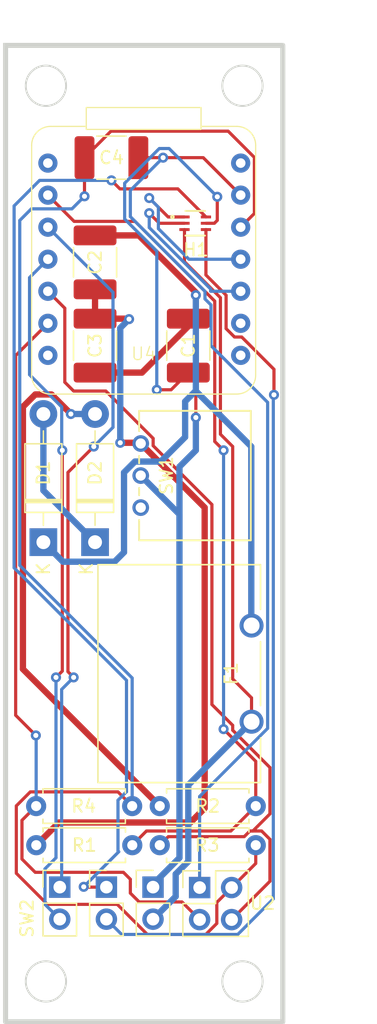
<source format=kicad_pcb>
(kicad_pcb (version 20221018) (generator pcbnew)
  (layers (0 "F.Cu" signal) (31 "B.Cu" signal) (34 "B.Paste" user) (35 "F.Paste" user) (36 "B.SilkS" user "B.Silkscreen") (37 "F.SilkS" user "F.Silkscreen") (38 "B.Mask" user) (39 "F.Mask" user) (44 "Edge.Cuts" user))
  (net 0 "")
  (net 1 "Net-(B4-+)")
  (net 2 "Net-(B4--)")
  (net 3 "Net-(D1-K)")
  (net 4 "Net-(HBridge1-VDD)")
  (net 5 "Net-(D1-A)")
  (net 6 "Net-(D2-A)")
  (net 7 "Net-(HBridge1-Out1)")
  (net 8 "Net-(HBridge1-Out2)")
  (net 9 "Net-(U4-D0)")
  (net 10 "Net-(U2-VDD)")
  (net 11 "Net-(U2-SDA)")
  (net 12 "Net-(U2-SCL)")
  (net 14 "Net-(U2-GND)")
  (net 15 "unconnected-(U4-D1-Pad2)")
  (net 16 "unconnected-(U4-D2-Pad3)")
  (net 17 "Net-(U4-D6)")
  (net 18 "Net-(U4-D7)")
  (net 19 "unconnected-(U4-D8-Pad9)")
  (net 20 "Net-(HBridge1-In1)")
  (footprint "Diode_THT:D_DO-41_SOD81_P10.16mm_Horizontal" (layer "F.Cu") (at 117.6 107.88 90)
    (fp_text reference "D1" (at 5.48 0 90) (layer "F.SilkS"))
    (fp_text value "Rectifier Diode")
    (fp_text user "K" (at -2.12 0 90) (layer "F.SilkS"))
    (fp_line (start 1.34 0) (end 2.36 0) (stroke (width 0.12)) (layer "F.SilkS"))
    (fp_line (start 2.36 -1.47) (end 2.36 1.47) (stroke (width 0.12)) (layer "F.SilkS"))
    (fp_line (start 2.36 1.47) (end 7.8 1.47) (stroke (width 0.12)) (layer "F.SilkS"))
    (fp_line (start 3.14 -1.47) (end 3.14 1.47) (stroke (width 0.12)) (layer "F.SilkS"))
    (fp_line (start 3.26 -1.47) (end 3.26 1.47) (stroke (width 0.12)) (layer "F.SilkS"))
    (fp_line (start 3.38 -1.47) (end 3.38 1.47) (stroke (width 0.12)) (layer "F.SilkS"))
    (fp_line (start 7.8 -1.47) (end 2.36 -1.47) (stroke (width 0.12)) (layer "F.SilkS"))
    (fp_line (start 7.8 1.47) (end 7.8 -1.47) (stroke (width 0.12)) (layer "F.SilkS"))
    (fp_line (start 8.82 0) (end 7.8 0) (stroke (width 0.12)) (layer "F.SilkS"))
    (pad "1" thru_hole rect (at 0 0 90) (size 2.2 2.2) (drill 1.1) (layers "*.Cu" "*.Mask") (net 3 "Net-(D1-K)"))
    (pad "2" thru_hole oval (at 10.16 0 90) (size 2.2 2.2) (drill 1.1) (layers "*.Cu" "*.Mask") (net 5 "Net-(D1-A)"))
  )
  (footprint "Connector_PinHeader_2.54mm:PinHeader_1x02_P2.54mm_Vertical" (layer "F.Cu") (at 118.9 135.225)
    (fp_text reference "SW2" (at -2.6 2.475 90) (layer "F.SilkS"))
    (fp_text value "Limit Switch")
    (fp_line (start -1.33 -1.33) (end 0 -1.33) (stroke (width 0.12)) (layer "F.SilkS"))
    (fp_line (start -1.33 0) (end -1.33 -1.33) (stroke (width 0.12)) (layer "F.SilkS"))
    (fp_line (start -1.33 1.27) (end -1.33 3.87) (stroke (width 0.12)) (layer "F.SilkS"))
    (fp_line (start -1.33 1.27) (end 1.33 1.27) (stroke (width 0.12)) (layer "F.SilkS"))
    (fp_line (start -1.33 3.87) (end 1.33 3.87) (stroke (width 0.12)) (layer "F.SilkS"))
    (fp_line (start 1.33 1.27) (end 1.33 3.87) (stroke (width 0.12)) (layer "F.SilkS"))
    (pad "1" thru_hole rect (at 0 0) (size 1.7 1.7) (drill 1) (layers "*.Cu" "*.Mask") (net 15 "unconnected-(U4-D1-Pad2)"))
    (pad "2" thru_hole oval (at 0 2.54) (size 1.7 1.7) (drill 1) (layers "*.Cu" "*.Mask") (net 16 "unconnected-(U4-D2-Pad3)"))
  )
  (footprint "NanoFloat Pressure Sensor:DRV8220DRLR" (layer "F.Cu") (at 129.6491 82.600001)
    (fp_text reference "H1" (at 0.0509 2.099999 unlocked) (layer "F.SilkS"))
    (fp_text value "~")
    (fp_line (start -0.7747 0.9779) (end 0.7747 0.9779) (stroke (width 0.1524)) (layer "F.SilkS"))
    (fp_line (start 0.7747 -0.9779) (end -0.7747 -0.9779) (stroke (width 0.1524)) (layer "F.SilkS"))
    (fp_circle (center -1.8081 -0.5) (end -1.7065 -0.5) (stroke (width 0.1524)) (fill none) (layer "F.SilkS"))
    (pad "1" smd rect (at -0.8509 -0.499999) (size 0.8128 0.2286) (layers "F.Cu" "F.Paste" "F.Mask") (net 20 "Net-(HBridge1-In1)"))
    (pad "2" smd rect (at -0.8509 0) (size 0.8128 0.2286) (layers "F.Cu" "F.Paste" "F.Mask") (net 19 "unconnected-(U4-D8-Pad9)"))
    (pad "3" smd rect (at -0.8509 0.499999) (size 0.8128 0.2286) (layers "F.Cu" "F.Paste" "F.Mask") (net 2 "Net-(B4--)"))
    (pad "4" smd rect (at 0.8509 0.499999) (size 0.8128 0.2286) (layers "F.Cu" "F.Paste" "F.Mask") (net 8 "Net-(HBridge1-Out2)"))
    (pad "5" smd rect (at 0.8509 0) (size 0.8128 0.2286) (layers "F.Cu" "F.Paste" "F.Mask") (net 1 "Net-(B4-+)"))
    (pad "6" smd rect (at 0.8509 -0.499999) (size 0.8128 0.2286) (layers "F.Cu" "F.Paste" "F.Mask") (net 7 "Net-(HBridge1-Out1)"))
  )
  (footprint "Capacitor_SMD:C_1812_4532Metric_Pad1.57x3.40mm_HandSolder" (layer "F.Cu") (at 121.7 85.7 90)
    (fp_text reference "C2" (at 0 0 90) (layer "F.SilkS"))
    (fp_text value "C_Small")
    (fp_line (start -1.161252 -1.71) (end 1.161252 -1.71) (stroke (width 0.12)) (layer "F.SilkS"))
    (fp_line (start -1.161252 1.71) (end 1.161252 1.71) (stroke (width 0.12)) (layer "F.SilkS"))
    (pad "1" smd roundrect (at -2.1375 0 90) (size 1.575 3.4) (layers "F.Cu" "F.Paste" "F.Mask") (roundrect_rratio 0.1587301587) (net 4 "Net-(HBridge1-VDD)"))
    (pad "2" smd roundrect (at 2.1375 0 90) (size 1.575 3.4) (layers "F.Cu" "F.Paste" "F.Mask") (roundrect_rratio 0.1587301587) (net 3 "Net-(D1-K)"))
  )
  (footprint "Capacitor_SMD:C_1812_4532Metric_Pad1.57x3.40mm_HandSolder" (layer "F.Cu") (at 129.1 92.3 90)
    (fp_text reference "C1" (at 0 0 90) (layer "F.SilkS"))
    (fp_text value "C_Small")
    (fp_line (start -1.161252 -1.71) (end 1.161252 -1.71) (stroke (width 0.12)) (layer "F.SilkS"))
    (fp_line (start -1.161252 1.71) (end 1.161252 1.71) (stroke (width 0.12)) (layer "F.SilkS"))
    (pad "1" smd roundrect (at -2.1375 0 90) (size 1.575 3.4) (layers "F.Cu" "F.Paste" "F.Mask") (roundrect_rratio 0.1587301587) (net 1 "Net-(B4-+)"))
    (pad "2" smd roundrect (at 2.1375 0 90) (size 1.575 3.4) (layers "F.Cu" "F.Paste" "F.Mask") (roundrect_rratio 0.1587301587) (net 3 "Net-(D1-K)"))
  )
  (footprint "Button_Switch_THT:SW_09.10290.01_EAO" (layer "F.Cu") (at 125.3249 102.6 90)
    (fp_text reference "SW1" (at 0 2.04 90 unlocked) (layer "F.SilkS"))
    (fp_text value "SW")
    (fp_line (start -5.1308 -0.127) (end -5.1308 8.7376) (stroke (width 0.1524)) (layer "F.SilkS"))
    (fp_line (start -5.1308 8.7376) (end 5.1308 8.7376) (stroke (width 0.1524)) (layer "F.SilkS"))
    (fp_line (start -3.524986 -0.127) (end -5.1308 -0.127) (stroke (width 0.1524)) (layer "F.SilkS"))
    (fp_line (start -0.984986 -0.127) (end -1.555014 -0.127) (stroke (width 0.1524)) (layer "F.SilkS"))
    (fp_line (start 1.555014 -0.127) (end 0.984986 -0.127) (stroke (width 0.1524)) (layer "F.SilkS"))
    (fp_line (start 5.1308 -0.127) (end 3.524986 -0.127) (stroke (width 0.1524)) (layer "F.SilkS"))
    (fp_line (start 5.1308 8.7376) (end 5.1308 -0.127) (stroke (width 0.1524)) (layer "F.SilkS"))
    (pad "1" thru_hole circle (at 0 0 90) (size 1.3208 1.3208) (drill 0.8128) (layers "*.Cu" "*.Mask") (net 1 "Net-(B4-+)"))
    (pad "2" thru_hole circle (at 2.54 0 90) (size 1.3208 1.3208) (drill 0.8128) (layers "*.Cu" "*.Mask") (net 4 "Net-(HBridge1-VDD)"))
    (pad "3" thru_hole circle (at -2.54 0 90) (size 1.3208 1.3208) (drill 0.8128) (layers "*.Cu" "*.Mask"))
  )
  (footprint "Connector_PinHeader_2.54mm:PinHeader_2x02_P2.54mm_Vertical" (layer "F.Cu") (at 130 135.26)
    (fp_text reference "U2" (at 5 1.24) (layer "F.SilkS"))
    (fp_text value "MS583730BA01-50")
    (fp_line (start -1.33 -1.33) (end 0 -1.33) (stroke (width 0.12)) (layer "F.SilkS"))
    (fp_line (start -1.33 0) (end -1.33 -1.33) (stroke (width 0.12)) (layer "F.SilkS"))
    (fp_line (start -1.33 1.27) (end -1.33 3.87) (stroke (width 0.12)) (layer "F.SilkS"))
    (fp_line (start -1.33 1.27) (end 1.27 1.27) (stroke (width 0.12)) (layer "F.SilkS"))
    (fp_line (start -1.33 3.87) (end 3.87 3.87) (stroke (width 0.12)) (layer "F.SilkS"))
    (fp_line (start 1.27 -1.33) (end 3.87 -1.33) (stroke (width 0.12)) (layer "F.SilkS"))
    (fp_line (start 1.27 1.27) (end 1.27 -1.33) (stroke (width 0.12)) (layer "F.SilkS"))
    (fp_line (start 3.87 -1.33) (end 3.87 3.87) (stroke (width 0.12)) (layer "F.SilkS"))
    (pad "1" thru_hole rect (at 0 0) (size 1.7 1.7) (drill 1) (layers "*.Cu" "*.Mask") (net 14 "Net-(U2-GND)"))
    (pad "2" thru_hole oval (at 2.54 0) (size 1.7 1.7) (drill 1) (layers "*.Cu" "*.Mask") (net 10 "Net-(U2-VDD)"))
    (pad "3" thru_hole oval (at 0 2.54) (size 1.7 1.7) (drill 1) (layers "*.Cu" "*.Mask") (net 12 "Net-(U2-SCL)"))
    (pad "4" thru_hole oval (at 2.54 2.54) (size 1.7 1.7) (drill 1) (layers "*.Cu" "*.Mask") (net 11 "Net-(U2-SDA)"))
  )
  (footprint "Connector_PinHeader_2.54mm:PinHeader_1x02_P2.54mm_Vertical" (layer "F.Cu") (at 126.3 135.225)
    (fp_text reference "B4" hide)
    (fp_text value "1.5V")
    (fp_line (start -1.33 -1.33) (end 0 -1.33) (stroke (width 0.12)) (layer "F.SilkS"))
    (fp_line (start -1.33 0) (end -1.33 -1.33) (stroke (width 0.12)) (layer "F.SilkS"))
    (fp_line (start -1.33 1.27) (end -1.33 3.87) (stroke (width 0.12)) (layer "F.SilkS"))
    (fp_line (start -1.33 1.27) (end 1.33 1.27) (stroke (width 0.12)) (layer "F.SilkS"))
    (fp_line (start -1.33 3.87) (end 1.33 3.87) (stroke (width 0.12)) (layer "F.SilkS"))
    (fp_line (start 1.33 1.27) (end 1.33 3.87) (stroke (width 0.12)) (layer "F.SilkS"))
    (pad "1" thru_hole rect (at 0 0) (size 1.7 1.7) (drill 1) (layers "*.Cu" "*.Mask") (net 1 "Net-(B4-+)"))
    (pad "2" thru_hole oval (at 0 2.54) (size 1.7 1.7) (drill 1) (layers "*.Cu" "*.Mask") (net 2 "Net-(B4--)"))
  )
  (footprint "Resistor_THT:R_Axial_DIN0207_L6.3mm_D2.5mm_P7.62mm_Horizontal" (layer "F.Cu") (at 117.0251 128.8)
    (fp_text reference "R4" (at 3.7749 0) (layer "F.SilkS"))
    (fp_text value "10kOhm")
    (fp_line (start 0.54 -1.37) (end 7.08 -1.37) (stroke (width 0.12)) (layer "F.SilkS"))
    (fp_line (start 0.54 -1.04) (end 0.54 -1.37) (stroke (width 0.12)) (layer "F.SilkS"))
    (fp_line (start 0.54 1.04) (end 0.54 1.37) (stroke (width 0.12)) (layer "F.SilkS"))
    (fp_line (start 0.54 1.37) (end 7.08 1.37) (stroke (width 0.12)) (layer "F.SilkS"))
    (fp_line (start 7.08 -1.37) (end 7.08 -1.04) (stroke (width 0.12)) (layer "F.SilkS"))
    (fp_line (start 7.08 1.37) (end 7.08 1.04) (stroke (width 0.12)) (layer "F.SilkS"))
    (pad "1" thru_hole circle (at 0 0) (size 1.6 1.6) (drill 0.8) (layers "*.Cu" "*.Mask") (net 12 "Net-(U2-SCL)"))
    (pad "2" thru_hole oval (at 7.62 0) (size 1.6 1.6) (drill 0.8) (layers "*.Cu" "*.Mask") (net 10 "Net-(U2-VDD)"))
  )
  (footprint "Capacitor_SMD:C_1812_4532Metric_Pad1.57x3.40mm_HandSolder" (layer "F.Cu") (at 123 77.4)
    (fp_text reference "C4" (at 0 0) (layer "F.SilkS"))
    (fp_text value "C_Small")
    (fp_line (start -1.161252 -1.71) (end 1.161252 -1.71) (stroke (width 0.12)) (layer "F.SilkS"))
    (fp_line (start -1.161252 1.71) (end 1.161252 1.71) (stroke (width 0.12)) (layer "F.SilkS"))
    (pad "1" smd roundrect (at -2.1375 0) (size 1.575 3.4) (layers "F.Cu" "F.Paste" "F.Mask") (roundrect_rratio 0.1587301587) (net 10 "Net-(U2-VDD)"))
    (pad "2" smd roundrect (at 2.1375 0) (size 1.575 3.4) (layers "F.Cu" "F.Paste" "F.Mask") (roundrect_rratio 0.1587301587) (net 14 "Net-(U2-GND)"))
  )
  (footprint "MINI-Fuse-Holder-H:FUSE_01530007Z" (layer "F.Cu") (at 126.5 118.3 -90)
    (fp_text reference "F1" (at 0 -6 90) (layer "F.SilkS"))
    (fp_text value "2A Fuse")
    (fp_line (start -8.636 -8.3312) (end -8.636 4.572) (stroke (width 0.127)) (layer "F.SilkS"))
    (fp_line (start -8.636 4.572) (end 8.636 4.572) (stroke (width 0.127)) (layer "F.SilkS"))
    (fp_line (start -5.1 -8.3312) (end -8.636 -8.3312) (stroke (width 0.127)) (layer "F.SilkS"))
    (fp_line (start 2.53 -8.3312) (end -2.53 -8.3312) (stroke (width 0.127)) (layer "F.SilkS"))
    (fp_line (start 8.636 -8.3312) (end 5.1 -8.3312) (stroke (width 0.127)) (layer "F.SilkS"))
    (fp_line (start 8.636 4.572) (end 8.636 -8.3312) (stroke (width 0.127)) (layer "F.SilkS"))
    (pad "" np_thru_hole circle (at 0 0 270) (size 2.0828 2.0828) (drill 2.0828) (layers "*.Cu" "*.Mask"))
    (pad "1" thru_hole circle (at -3.81 -7.62 270) (size 1.905 1.905) (drill 1.27) (layers "*.Cu" "*.Mask") (net 3 "Net-(D1-K)"))
    (pad "2" thru_hole circle (at 3.81 -7.62 270) (size 1.905 1.905) (drill 1.27) (layers "*.Cu" "*.Mask") (net 2 "Net-(B4--)"))
  )
  (footprint "Resistor_THT:R_Axial_DIN0207_L6.3mm_D2.5mm_P7.62mm_Horizontal" (layer "F.Cu") (at 126.8351 128.8)
    (fp_text reference "R2" (at 3.81 0) (layer "F.SilkS"))
    (fp_text value "220kOhm")
    (fp_line (start 0.54 -1.37) (end 7.08 -1.37) (stroke (width 0.12)) (layer "F.SilkS"))
    (fp_line (start 0.54 -1.04) (end 0.54 -1.37) (stroke (width 0.12)) (layer "F.SilkS"))
    (fp_line (start 0.54 1.04) (end 0.54 1.37) (stroke (width 0.12)) (layer "F.SilkS"))
    (fp_line (start 0.54 1.37) (end 7.08 1.37) (stroke (width 0.12)) (layer "F.SilkS"))
    (fp_line (start 7.08 -1.37) (end 7.08 -1.04) (stroke (width 0.12)) (layer "F.SilkS"))
    (fp_line (start 7.08 1.37) (end 7.08 1.04) (stroke (width 0.12)) (layer "F.SilkS"))
    (pad "1" thru_hole circle (at 0 0) (size 1.6 1.6) (drill 0.8) (layers "*.Cu" "*.Mask") (net 6 "Net-(D2-A)"))
    (pad "2" thru_hole oval (at 7.62 0) (size 1.6 1.6) (drill 0.8) (layers "*.Cu" "*.Mask") (net 9 "Net-(U4-D0)"))
  )
  (footprint "Connector_PinHeader_2.54mm:PinHeader_1x02_P2.54mm_Vertical" (layer "F.Cu") (at 122.6 135.225)
    (fp_text reference "M1" hide)
    (fp_text value "Motor_DC")
    (fp_line (start -1.33 -1.33) (end 0 -1.33) (stroke (width 0.12)) (layer "F.SilkS"))
    (fp_line (start -1.33 0) (end -1.33 -1.33) (stroke (width 0.12)) (layer "F.SilkS"))
    (fp_line (start -1.33 1.27) (end -1.33 3.87) (stroke (width 0.12)) (layer "F.SilkS"))
    (fp_line (start -1.33 1.27) (end 1.33 1.27) (stroke (width 0.12)) (layer "F.SilkS"))
    (fp_line (start -1.33 3.87) (end 1.33 3.87) (stroke (width 0.12)) (layer "F.SilkS"))
    (fp_line (start 1.33 1.27) (end 1.33 3.87) (stroke (width 0.12)) (layer "F.SilkS"))
    (pad "1" thru_hole rect (at 0 0) (size 1.7 1.7) (drill 1) (layers "*.Cu" "*.Mask") (net 7 "Net-(HBridge1-Out1)"))
    (pad "2" thru_hole oval (at 0 2.54) (size 1.7 1.7) (drill 1) (layers "*.Cu" "*.Mask") (net 8 "Net-(HBridge1-Out2)"))
  )
  (footprint "Diode_THT:D_DO-41_SOD81_P10.16mm_Horizontal" (layer "F.Cu") (at 121.7 107.88 90)
    (fp_text reference "D2" (at 5.48 0 90) (layer "F.SilkS"))
    (fp_text value "Rectifier Diode")
    (fp_text user "K" (at -2.12 -0.7 90) (layer "F.SilkS"))
    (fp_line (start 1.34 0) (end 2.36 0) (stroke (width 0.12)) (layer "F.SilkS"))
    (fp_line (start 2.36 -1.47) (end 2.36 1.47) (stroke (width 0.12)) (layer "F.SilkS"))
    (fp_line (start 2.36 1.47) (end 7.8 1.47) (stroke (width 0.12)) (layer "F.SilkS"))
    (fp_line (start 3.14 -1.47) (end 3.14 1.47) (stroke (width 0.12)) (layer "F.SilkS"))
    (fp_line (start 3.26 -1.47) (end 3.26 1.47) (stroke (width 0.12)) (layer "F.SilkS"))
    (fp_line (start 3.38 -1.47) (end 3.38 1.47) (stroke (width 0.12)) (layer "F.SilkS"))
    (fp_line (start 7.8 -1.47) (end 2.36 -1.47) (stroke (width 0.12)) (layer "F.SilkS"))
    (fp_line (start 7.8 1.47) (end 7.8 -1.47) (stroke (width 0.12)) (layer "F.SilkS"))
    (fp_line (start 8.82 0) (end 7.8 0) (stroke (width 0.12)) (layer "F.SilkS"))
    (pad "1" thru_hole rect (at 0 0 90) (size 2.2 2.2) (drill 1.1) (layers "*.Cu" "*.Mask") (net 5 "Net-(D1-A)"))
    (pad "2" thru_hole oval (at 10.16 0 90) (size 2.2 2.2) (drill 1.1) (layers "*.Cu" "*.Mask") (net 6 "Net-(D2-A)"))
  )
  (footprint "Resistor_THT:R_Axial_DIN0207_L6.3mm_D2.5mm_P7.62mm_Horizontal" (layer "F.Cu") (at 117.0351 131.9)
    (fp_text reference "R1" (at 3.81 0) (layer "F.SilkS"))
    (fp_text value "220kOhm")
    (fp_line (start 0.54 -1.37) (end 7.08 -1.37) (stroke (width 0.12)) (layer "F.SilkS"))
    (fp_line (start 0.54 -1.04) (end 0.54 -1.37) (stroke (width 0.12)) (layer "F.SilkS"))
    (fp_line (start 0.54 1.04) (end 0.54 1.37) (stroke (width 0.12)) (layer "F.SilkS"))
    (fp_line (start 0.54 1.37) (end 7.08 1.37) (stroke (width 0.12)) (layer "F.SilkS"))
    (fp_line (start 7.08 -1.37) (end 7.08 -1.04) (stroke (width 0.12)) (layer "F.SilkS"))
    (fp_line (start 7.08 1.37) (end 7.08 1.04) (stroke (width 0.12)) (layer "F.SilkS"))
    (pad "1" thru_hole circle (at 0 0) (size 1.6 1.6) (drill 0.8) (layers "*.Cu" "*.Mask") (net 4 "Net-(HBridge1-VDD)"))
    (pad "2" thru_hole oval (at 7.62 0) (size 1.6 1.6) (drill 0.8) (layers "*.Cu" "*.Mask") (net 9 "Net-(U4-D0)"))
  )
  (footprint "XIAO_ESP32C3:XIAO_ESP32C3_THT" (layer "F.Cu") (at 125.5575 87.8704)
    (fp_text reference "U4" (at 0 5.08 unlocked) (layer "F.SilkS") (effects (font (thickness 0.1))))
    (fp_text value "XiaoESP32C3")
    (fp_line (start -8.89 6.77) (end -8.88934 -11.44934) (stroke (width 0.1)) (layer "F.SilkS"))
    (fp_line (start -7.38934 -12.94934) (end -4.56 -12.95) (stroke (width 0.1)) (layer "F.SilkS"))
    (fp_line (start 7.38934 8.26934) (end -7.39 8.27) (stroke (width 0.1)) (layer "F.SilkS"))
    (fp_line (start 7.39 -12.95) (end 4.56 -12.95) (stroke (width 0.1)) (layer "F.SilkS"))
    (fp_line (start 8.89 -11.45) (end 8.88934 6.76934) (stroke (width 0.1)) (layer "F.SilkS"))
    (fp_rect (start -4.555 -14.4454) (end 4.555 -12.71) (stroke (width 0.1)) (fill none) (layer "F.SilkS"))
    (fp_arc (start -8.88934 -11.44934) (mid -8.45 -12.51) (end -7.38934 -12.94934) (stroke (width 0.1)) (layer "F.SilkS"))
    (fp_arc (start -7.39 8.27) (mid -8.45066 7.83066) (end -8.89 6.77) (stroke (width 0.1)) (layer "F.SilkS"))
    (fp_arc (start 7.39 -12.95) (mid 8.45066 -12.51066) (end 8.89 -11.45) (stroke (width 0.1)) (layer "F.SilkS"))
    (fp_arc (start 8.88934 6.76934) (mid 8.45 7.83) (end 7.38934 8.26934) (stroke (width 0.1)) (layer "F.SilkS"))
    (pad "0" thru_hole circle (at -7.6 -10.04) (size 1.524 1.524) (drill 0.762) (layers "*.Cu" "*.Mask"))
    (pad "1" thru_hole circle (at -7.6 -7.5) (size 1.524 1.524) (drill 0.762) (layers "*.Cu" "*.Mask") (net 9 "Net-(U4-D0)"))
    (pad "2" thru_hole circle (at -7.6 -4.96) (size 1.524 1.524) (drill 0.762) (layers "*.Cu" "*.Mask") (net 15 "unconnected-(U4-D1-Pad2)"))
    (pad "3" thru_hole circle (at -7.6 -2.42) (size 1.524 1.524) (drill 0.762) (layers "*.Cu" "*.Mask") (net 16 "unconnected-(U4-D2-Pad3)"))
    (pad "3V3" thru_hole circle (at 7.7 -4.96) (size 1.524 1.524) (drill 0.762) (layers "*.Cu" "*.Mask") (net 10 "Net-(U2-VDD)"))
    (pad "4" thru_hole circle (at -7.6 0.12) (size 1.524 1.524) (drill 0.762) (layers "*.Cu" "*.Mask") (net 11 "Net-(U2-SDA)"))
    (pad "5" thru_hole circle (at -7.6 2.66) (size 1.524 1.524) (drill 0.762) (layers "*.Cu" "*.Mask") (net 12 "Net-(U2-SCL)"))
    (pad "5V" thru_hole circle (at 7.7 -10.04) (size 1.524 1.524) (drill 0.762) (layers "*.Cu" "*.Mask"))
    (pad "6" thru_hole circle (at -7.6 5.2) (size 1.524 1.524) (drill 0.762) (layers "*.Cu" "*.Mask"))
    (pad "7" thru_hole circle (at 7.7 5.2) (size 1.524 1.524) (drill 0.762) (layers "*.Cu" "*.Mask") (net 17 "Net-(U4-D6)"))
    (pad "8" thru_hole circle (at 7.7 2.66) (size 1.524 1.524) (drill 0.762) (layers "*.Cu" "*.Mask") (net 18 "Net-(U4-D7)"))
    (pad "9" thru_hole circle (at 7.7 0.12) (size 1.524 1.524) (drill 0.762) (layers "*.Cu" "*.Mask") (net 19 "unconnected-(U4-D8-Pad9)"))
    (pad "10" thru_hole circle (at 7.7 -2.42) (size 1.524 1.524) (drill 0.762) (layers "*.Cu" "*.Mask") (net 20 "Net-(HBridge1-In1)"))
    (pad "GND" thru_hole circle (at 7.7 -7.5) (size 1.524 1.524) (drill 0.762) (layers "*.Cu" "*.Mask") (net 14 "Net-(U2-GND)"))
  )
  (footprint "Resistor_THT:R_Axial_DIN0207_L6.3mm_D2.5mm_P7.62mm_Horizontal" (layer "F.Cu") (at 134.4551 131.9 180)
    (fp_text reference "R3" (at 3.8551 0) (layer "F.SilkS"))
    (fp_text value "10kOhm")
    (fp_line (start 0.54 -1.37) (end 7.08 -1.37) (stroke (width 0.12)) (layer "F.SilkS"))
    (fp_line (start 0.54 -1.04) (end 0.54 -1.37) (stroke (width 0.12)) (layer "F.SilkS"))
    (fp_line (start 0.54 1.04) (end 0.54 1.37) (stroke (width 0.12)) (layer "F.SilkS"))
    (fp_line (start 0.54 1.37) (end 7.08 1.37) (stroke (width 0.12)) (layer "F.SilkS"))
    (fp_line (start 7.08 -1.37) (end 7.08 -1.04) (stroke (width 0.12)) (layer "F.SilkS"))
    (fp_line (start 7.08 1.37) (end 7.08 1.04) (stroke (width 0.12)) (layer "F.SilkS"))
    (pad "1" thru_hole circle (at 0 0 180) (size 1.6 1.6) (drill 0.8) (layers "*.Cu" "*.Mask") (net 10 "Net-(U2-VDD)"))
    (pad "2" thru_hole oval (at 7.62 0 180) (size 1.6 1.6) (drill 0.8) (layers "*.Cu" "*.Mask") (net 11 "Net-(U2-SDA)"))
  )
  (footprint "Capacitor_SMD:C_1812_4532Metric_Pad1.57x3.40mm_HandSolder" (layer "F.Cu") (at 121.7 92.3 90)
    (fp_text reference "C3" (at 0 0 90) (layer "F.SilkS"))
    (fp_text value "C_Small")
    (fp_line (start -1.161252 -1.71) (end 1.161252 -1.71) (stroke (width 0.12)) (layer "F.SilkS"))
    (fp_line (start -1.161252 1.71) (end 1.161252 1.71) (stroke (width 0.12)) (layer "F.SilkS"))
    (pad "1" smd roundrect (at -2.1375 0 90) (size 1.575 3.4) (layers "F.Cu" "F.Paste" "F.Mask") (roundrect_rratio 0.1587301587) (net 3 "Net-(D1-K)"))
    (pad "2" smd roundrect (at 2.1375 0 90) (size 1.575 3.4) (layers "F.Cu" "F.Paste" "F.Mask") (roundrect_rratio 0.1587301587) (net 4 "Net-(HBridge1-VDD)"))
  )
  (gr_rect (start 114.6 68.5) (end 136.6 145.9) (stroke (width 0.4)) (fill none) (layer "Edge.Cuts"))
  (gr_circle (center 133.4 71.7) (end 135 71.7) (stroke (width 0.15)) (fill none) (layer "Edge.Cuts"))
  (gr_circle (center 117.8 142.7) (end 119.4 142.7) (stroke (width 0.15)) (fill none) (layer "Edge.Cuts"))
  (gr_circle (center 117.8 71.7) (end 119.4 71.7) (stroke (width 0.15)) (fill none) (layer "Edge.Cuts"))
  (gr_circle (center 133.4 142.7) (end 135 142.7) (stroke (width 0.15)) (fill none) (layer "Edge.Cuts"))
  (segment (start 129.1 94.4375) (end 127.7375 95.8) (width 0.25) (layer "F.Cu") (net 1))
  (segment (start 131.170701 82.600001) (end 131.4 82.370702) (width 0.25) (layer "F.Cu") (net 1))
  (segment (start 131.4 82.370702) (end 131.4 80.5) (width 0.25) (layer "F.Cu") (net 1))
  (segment (start 130.5 82.600001) (end 131.170701 82.600001) (width 0.25) (layer "F.Cu") (net 1))
  (segment (start 127.7375 95.8) (end 126.6 95.8) (width 0.25) (layer "F.Cu") (net 1))
  (segment (start 129.7 98) (end 129.7 94.4375) (width 0.25) (layer "F.Cu") (net 1))
  (via (at 126.6 95.8) (size 0.8) (drill 0.4) (layers "F.Cu" "B.Cu") (net 1))
  (via (at 129.7 98) (size 0.8) (drill 0.4) (layers "F.Cu" "B.Cu") (net 1))
  (via (at 131.4 80.5) (size 0.8) (drill 0.4) (layers "F.Cu" "B.Cu") (net 1))
  (segment (start 126.3 135.225) (end 126.3 135) (width 0.5) (layer "B.Cu") (net 1))
  (segment (start 128.4 132.9) (end 128.4 106.1) (width 0.5) (layer "B.Cu") (net 1))
  (segment (start 124.05 79.424695) (end 126.687348 76.787347) (width 0.25) (layer "B.Cu") (net 1))
  (segment (start 127.575 76.675) (end 126.799695 76.675) (width 0.25) (layer "B.Cu") (net 1))
  (segment (start 124.05 82.261091) (end 124.05 79.424695) (width 0.25) (layer "B.Cu") (net 1))
  (segment (start 131.4 80.5) (end 127.575 76.675) (width 0.25) (layer "B.Cu") (net 1))
  (segment (start 128.4 106.1) (end 128.4 105.6751) (width 0.5) (layer "B.Cu") (net 1))
  (segment (start 128.4 101.9) (end 128.4 106.1) (width 0.5) (layer "B.Cu") (net 1))
  (segment (start 126.799695 76.675) (end 126.637347 76.837347) (width 0.25) (layer "B.Cu") (net 1))
  (segment (start 126.3 135) (end 128.4 132.9) (width 0.5) (layer "B.Cu") (net 1))
  (segment (start 126.6 84.811091) (end 124.05 82.261091) (width 0.25) (layer "B.Cu") (net 1))
  (segment (start 129.7 98) (end 129.7 100.6) (width 0.5) (layer "B.Cu") (net 1))
  (segment (start 126.6 95.8) (end 126.6 84.811091) (width 0.25) (layer "B.Cu") (net 1))
  (segment (start 128.4 105.6751) (end 125.3249 102.6) (width 0.5) (layer "B.Cu") (net 1))
  (segment (start 129.7 100.6) (end 128.4 101.9) (width 0.5) (layer "B.Cu") (net 1))
  (segment (start 132.625 100.299695) (end 131.65 99.324695) (width 0.25) (layer "F.Cu") (net 2))
  (segment (start 128.7982 83.1) (end 128.7982 85.6482) (width 0.25) (layer "F.Cu") (net 2))
  (segment (start 128.7982 85.6482) (end 131.65 88.5) (width 0.25) (layer "F.Cu") (net 2))
  (segment (start 134.12 120.22) (end 132.625 118.725) (width 0.25) (layer "F.Cu") (net 2))
  (segment (start 134.12 122.11) (end 134.12 120.22) (width 0.25) (layer "F.Cu") (net 2))
  (segment (start 131.65 99.324695) (end 131.65 88.5) (width 0.25) (layer "F.Cu") (net 2))
  (segment (start 132.625 118.725) (end 132.625 100.299695) (width 0.25) (layer "F.Cu") (net 2))
  (segment (start 126.3 137.765) (end 128.1 135.965) (width 0.5) (layer "B.Cu") (net 2))
  (segment (start 129.1 133.189949) (end 129.1 127.13) (width 0.5) (layer "B.Cu") (net 2))
  (segment (start 129.1 127.13) (end 134.12 122.11) (width 0.5) (layer "B.Cu") (net 2))
  (segment (start 128.1 134.18995) (end 129.1 133.189949) (width 0.5) (layer "B.Cu") (net 2))
  (segment (start 128.1 135.965) (end 128.1 134.18995) (width 0.5) (layer "B.Cu") (net 2))
  (segment (start 121.7 94.4375) (end 125.425 94.4375) (width 0.5) (layer "F.Cu") (net 3))
  (segment (start 121.7 83.5625) (end 125.174633 83.5625) (width 0.5) (layer "F.Cu") (net 3))
  (segment (start 129.7 88.3) (end 129.7 90.1625) (width 0.5) (layer "F.Cu") (net 3))
  (segment (start 125.174633 83.5625) (end 129.7 88.087867) (width 0.5) (layer "F.Cu") (net 3))
  (segment (start 129.7 88.087867) (end 129.7 88.3) (width 0.5) (layer "F.Cu") (net 3))
  (segment (start 125.425 94.4375) (end 129.7 90.1625) (width 0.5) (layer "F.Cu") (net 3))
  (via (at 129.7 88.3) (size 0.8) (drill 0.4) (layers "F.Cu" "B.Cu") (net 3))
  (segment (start 128.85 96.725) (end 129.7 95.875) (width 0.5) (layer "B.Cu") (net 3))
  (segment (start 129.7 88.3) (end 129.7 95.875) (width 0.5) (layer "B.Cu") (net 3))
  (segment (start 128.85 99.55) (end 128.85 96.725) (width 0.5) (layer "B.Cu") (net 3))
  (segment (start 124.864957 101.4896) (end 126.9104 101.4896) (width 0.5) (layer "B.Cu") (net 3))
  (segment (start 119.15 109.43) (end 123.25 109.43) (width 0.5) (layer "B.Cu") (net 3))
  (segment (start 126.9104 101.4896) (end 128.85 99.55) (width 0.5) (layer "B.Cu") (net 3))
  (segment (start 129.7 95.9) (end 129.7 95.875) (width 0.5) (layer "B.Cu") (net 3))
  (segment (start 123.25 109.43) (end 124 108.68) (width 0.5) (layer "B.Cu") (net 3))
  (segment (start 117.6 107.88) (end 119.15 109.43) (width 0.5) (layer "B.Cu") (net 3))
  (segment (start 134.1 114.47) (end 134.1 100.3) (width 0.5) (layer "B.Cu") (net 3))
  (segment (start 124 108.68) (end 124 102.354557) (width 0.5) (layer "B.Cu") (net 3))
  (segment (start 134.1 100.3) (end 129.7 95.9) (width 0.5) (layer "B.Cu") (net 3))
  (segment (start 124 102.354557) (end 124.864957 101.4896) (width 0.5) (layer "B.Cu") (net 3))
  (segment (start 134.12 114.49) (end 134.1 114.47) (width 0.5) (layer "B.Cu") (net 3))
  (segment (start 130.4 128.973372) (end 130.4 105.1351) (width 0.5) (layer "F.Cu") (net 4))
  (segment (start 118.8351 130.1) (end 129.273372 130.1) (width 0.5) (layer "F.Cu") (net 4))
  (segment (start 121.7 87.8375) (end 121.7 90.1625) (width 0.5) (layer "F.Cu") (net 4))
  (segment (start 125.2649 100) (end 125.3249 100.06) (width 0.5) (layer "F.Cu") (net 4))
  (segment (start 124.4 90.2) (end 124.3625 90.1625) (width 0.5) (layer "F.Cu") (net 4))
  (segment (start 130.4 105.1351) (end 125.3249 100.06) (width 0.5) (layer "F.Cu") (net 4))
  (segment (start 124.3625 90.1625) (end 121.7 90.1625) (width 0.5) (layer "F.Cu") (net 4))
  (segment (start 129.273372 130.1) (end 130.4 128.973372) (width 0.5) (layer "F.Cu") (net 4))
  (segment (start 123.7 100) (end 125.2649 100) (width 0.5) (layer "F.Cu") (net 4))
  (segment (start 117.0351 131.9) (end 118.8351 130.1) (width 0.5) (layer "F.Cu") (net 4))
  (via (at 124.4 90.2) (size 0.8) (drill 0.4) (layers "F.Cu" "B.Cu") (net 4))
  (via (at 123.7 100) (size 0.8) (drill 0.4) (layers "F.Cu" "B.Cu") (net 4))
  (segment (start 123.7 90.9) (end 124.4 90.2) (width 0.5) (layer "B.Cu") (net 4))
  (segment (start 123.7 100) (end 123.7 90.9) (width 0.5) (layer "B.Cu") (net 4))
  (segment (start 117.6 103.78) (end 117.6 97.72) (width 0.5) (layer "B.Cu") (net 5))
  (segment (start 121.7 107.88) (end 117.6 103.78) (width 0.5) (layer "B.Cu") (net 5))
  (segment (start 115.975 97.152968) (end 115.975 117.9399) (width 0.5) (layer "F.Cu") (net 6))
  (segment (start 119.78 97.707968) (end 118.242032 96.17) (width 0.5) (layer "F.Cu") (net 6))
  (segment (start 116.957968 96.17) (end 115.975 97.152968) (width 0.5) (layer "F.Cu") (net 6))
  (segment (start 118.242032 96.17) (end 116.957968 96.17) (width 0.5) (layer "F.Cu") (net 6))
  (segment (start 115.975 117.9399) (end 126.8351 128.8) (width 0.5) (layer "F.Cu") (net 6))
  (segment (start 119.78 97.72) (end 119.78 97.707968) (width 0.5) (layer "F.Cu") (net 6))
  (via (at 119.78 97.72) (size 0.8) (drill 0.4) (layers "F.Cu" "B.Cu") (net 6))
  (segment (start 119.78 97.72) (end 121.7 97.72) (width 0.5) (layer "B.Cu") (net 6))
  (segment (start 123.675 79.875) (end 128.274998 79.875) (width 0.25) (layer "F.Cu") (net 7))
  (segment (start 122.6 135.225) (end 120.825 135.225) (width 0.25) (layer "F.Cu") (net 7))
  (segment (start 128.274998 79.875) (end 130.5 82.100002) (width 0.25) (layer "F.Cu") (net 7))
  (segment (start 123 79.2) (end 123.675 79.875) (width 0.25) (layer "F.Cu") (net 7))
  (segment (start 120.825 135.225) (end 120.8 135.2) (width 0.25) (layer "F.Cu") (net 7))
  (via (at 120.8 135.2) (size 0.8) (drill 0.4) (layers "F.Cu" "B.Cu") (net 7))
  (via (at 123 79.2) (size 0.8) (drill 0.4) (layers "F.Cu" "B.Cu") (net 7))
  (segment (start 124.1951 127.675) (end 124.1951 118.831496) (width 0.25) (layer "B.Cu") (net 7))
  (segment (start 115.275 81.225) (end 117.3 79.2) (width 0.25) (layer "B.Cu") (net 7))
  (segment (start 123.582055 132.417945) (end 123.5201 132.35599) (width 0.25) (layer "B.Cu") (net 7))
  (segment (start 124.179109 127.675) (end 124.1951 127.675) (width 0.25) (layer "B.Cu") (net 7))
  (segment (start 124.1951 118.831496) (end 115.275 109.911396) (width 0.25) (layer "B.Cu") (net 7))
  (segment (start 115.275 109.911396) (end 115.275 81.225) (width 0.25) (layer "B.Cu") (net 7))
  (segment (start 117.3 79.2) (end 123 79.2) (width 0.25) (layer "B.Cu") (net 7))
  (segment (start 123.5201 132.35599) (end 123.5201 128.334009) (width 0.25) (layer "B.Cu") (net 7))
  (segment (start 123.5201 128.334009) (end 124.179109 127.675) (width 0.25) (layer "B.Cu") (net 7))
  (segment (start 120.8 135.2) (end 123.582055 132.417945) (width 0.25) (layer "B.Cu") (net 7))
  (segment (start 132.1 90.95) (end 132.1 88.3) (width 0.25) (layer "F.Cu") (net 8))
  (segment (start 135.9 94.175649) (end 133.341751 91.6174) (width 0.25) (layer "F.Cu") (net 8))
  (segment (start 133.341751 91.6174) (end 132.7674 91.6174) (width 0.25) (layer "F.Cu") (net 8))
  (segment (start 130.5 83.1) (end 130.5 86.7) (width 0.25) (layer "F.Cu") (net 8))
  (segment (start 130.5 86.7) (end 132.1 88.3) (width 0.25) (layer "F.Cu") (net 8))
  (segment (start 132.7674 91.6174) (end 132.1 90.95) (width 0.25) (layer "F.Cu") (net 8))
  (segment (start 135.9 96.2) (end 135.9 94.175649) (width 0.25) (layer "F.Cu") (net 8))
  (via (at 135.9 96.2) (size 0.8) (drill 0.4) (layers "F.Cu" "B.Cu") (net 8))
  (segment (start 123.81 138.975) (end 133.026701 138.975) (width 0.25) (layer "B.Cu") (net 8))
  (segment (start 122.6 137.765) (end 123.81 138.975) (width 0.25) (layer "B.Cu") (net 8))
  (segment (start 133.026701 138.975) (end 135.8475 136.154201) (width 0.25) (layer "B.Cu") (net 8))
  (segment (start 135.8475 96.2525) (end 135.9 96.2) (width 0.25) (layer "B.Cu") (net 8))
  (segment (start 135.8475 136.154201) (end 135.8475 96.2525) (width 0.25) (layer "B.Cu") (net 8))
  (segment (start 131.2 88.774695) (end 131.2 99.9) (width 0.25) (layer "F.Cu") (net 9))
  (segment (start 134.4551 128.8) (end 132.4801 130.775) (width 0.25) (layer "F.Cu") (net 9))
  (segment (start 134.4551 125.2551) (end 131.9 122.7) (width 0.25) (layer "F.Cu") (net 9))
  (segment (start 134.4551 128.8) (end 134.4551 125.2551) (width 0.25) (layer "F.Cu") (net 9))
  (segment (start 117.9575 80.3704) (end 120.0371 82.45) (width 0.25) (layer "F.Cu") (net 9))
  (segment (start 132.4801 130.775) (end 125.7801 130.775) (width 0.25) (layer "F.Cu") (net 9))
  (segment (start 120.0371 82.45) (end 124.875305 82.45) (width 0.25) (layer "F.Cu") (net 9))
  (segment (start 131.2 99.9) (end 131.9 100.6) (width 0.25) (layer "F.Cu") (net 9))
  (segment (start 124.875305 82.45) (end 131.2 88.774695) (width 0.25) (layer "F.Cu") (net 9))
  (segment (start 125.7801 130.775) (end 124.6551 131.9) (width 0.25) (layer "F.Cu") (net 9))
  (via (at 131.9 122.7) (size 0.8) (drill 0.4) (layers "F.Cu" "B.Cu") (net 9))
  (via (at 131.9 100.6) (size 0.8) (drill 0.4) (layers "F.Cu" "B.Cu") (net 9))
  (segment (start 131.9 100.6) (end 131.9 122.7) (width 0.25) (layer "B.Cu") (net 9))
  (segment (start 125.848299 138.975) (end 130.49 138.975) (width 0.25) (layer "F.Cu") (net 10))
  (segment (start 115.45 134.125) (end 117.915 136.59) (width 0.25) (layer "F.Cu") (net 10))
  (segment (start 131.365 136.435) (end 132.54 135.26) (width 0.25) (layer "F.Cu") (net 10))
  (segment (start 116.559109 127.675) (end 115.45 128.784109) (width 0.25) (layer "F.Cu") (net 10))
  (segment (start 133.2575 82.9104) (end 134.3445 81.8234) (width 0.25) (layer "F.Cu") (net 10))
  (segment (start 123.463299 136.59) (end 125.848299 138.975) (width 0.25) (layer "F.Cu") (net 10))
  (segment (start 123.5201 127.675) (end 116.559109 127.675) (width 0.25) (layer "F.Cu") (net 10))
  (segment (start 120.8625 80.4625) (end 120.8625 77.4) (width 0.25) (layer "F.Cu") (net 10))
  (segment (start 134.3445 77.380149) (end 132.264351 75.3) (width 0.25) (layer "F.Cu") (net 10))
  (segment (start 115.45 128.784109) (end 115.45 134.125) (width 0.25) (layer "F.Cu") (net 10))
  (segment (start 131.365 138.1) (end 131.365 136.435) (width 0.25) (layer "F.Cu") (net 10))
  (segment (start 124.6451 128.8) (end 123.5201 127.675) (width 0.25) (layer "F.Cu") (net 10))
  (segment (start 134.3445 81.8234) (end 134.3445 77.380149) (width 0.25) (layer "F.Cu") (net 10))
  (segment (start 117.915 136.59) (end 123.463299 136.59) (width 0.25) (layer "F.Cu") (net 10))
  (segment (start 122.9625 75.3) (end 120.8625 77.4) (width 0.25) (layer "F.Cu") (net 10))
  (segment (start 130.49 138.975) (end 131.365 138.1) (width 0.25) (layer "F.Cu") (net 10))
  (segment (start 134.4551 133.3449) (end 134.4551 131.9) (width 0.25) (layer "F.Cu") (net 10))
  (segment (start 132.54 135.26) (end 134.4551 133.3449) (width 0.25) (layer "F.Cu") (net 10))
  (segment (start 132.264351 75.3) (end 122.9625 75.3) (width 0.25) (layer "F.Cu") (net 10))
  (via (at 120.8625 80.4625) (size 0.8) (drill 0.4) (layers "F.Cu" "B.Cu") (net 10))
  (segment (start 115.725 109.725) (end 115.725 82.375) (width 0.25) (layer "B.Cu") (net 10))
  (segment (start 115.725 82.375) (end 116.6426 81.4574) (width 0.25) (layer "B.Cu") (net 10))
  (segment (start 124.6451 128.8) (end 124.6451 118.6451) (width 0.25) (layer "B.Cu") (net 10))
  (segment (start 119.8676 81.4574) (end 120.8625 80.4625) (width 0.25) (layer "B.Cu") (net 10))
  (segment (start 124.6451 118.6451) (end 115.725 109.725) (width 0.25) (layer "B.Cu") (net 10))
  (segment (start 116.6426 81.4574) (end 119.8676 81.4574) (width 0.25) (layer "B.Cu") (net 10))
  (segment (start 119.3 95.2) (end 119.3 89.3329) (width 0.25) (layer "F.Cu") (net 11))
  (segment (start 130.975 120.749695) (end 130.975 104.896927) (width 0.25) (layer "F.Cu") (net 11))
  (segment (start 133.989109 130.775) (end 134.225 130.775) (width 0.25) (layer "F.Cu") (net 11))
  (segment (start 132.625 122.399695) (end 130.975 120.749695) (width 0.25) (layer "F.Cu") (net 11))
  (segment (start 133.989109 130.775) (end 134.921091 130.775) (width 0.25) (layer "F.Cu") (net 11))
  (segment (start 122.558467 95.9) (end 120 95.9) (width 0.25) (layer "F.Cu") (net 11))
  (segment (start 134.225 130.775) (end 135.5801 129.4199) (width 0.25) (layer "F.Cu") (net 11))
  (segment (start 135.5801 131.434009) (end 135.5801 134.7599) (width 0.25) (layer "F.Cu") (net 11))
  (segment (start 120 95.9) (end 119.3 95.2) (width 0.25) (layer "F.Cu") (net 11))
  (segment (start 135.5801 134.7599) (end 132.54 137.8) (width 0.25) (layer "F.Cu") (net 11))
  (segment (start 127.5101 131.225) (end 133.539109 131.225) (width 0.25) (layer "F.Cu") (net 11))
  (segment (start 134.921091 130.775) (end 135.5801 131.434009) (width 0.25) (layer "F.Cu") (net 11))
  (segment (start 126.8351 131.9) (end 127.5101 131.225) (width 0.25) (layer "F.Cu") (net 11))
  (segment (start 135.5801 129.4199) (end 135.5801 125.743704) (width 0.25) (layer "F.Cu") (net 11))
  (segment (start 119.3 89.3329) (end 117.9575 87.9904) (width 0.25) (layer "F.Cu") (net 11))
  (segment (start 133.539109 131.225) (end 133.989109 130.775) (width 0.25) (layer "F.Cu") (net 11))
  (segment (start 130.975 104.896927) (end 126.3103 100.232228) (width 0.25) (layer "F.Cu") (net 11))
  (segment (start 132.625 122.788604) (end 132.625 122.399695) (width 0.25) (layer "F.Cu") (net 11))
  (segment (start 135.5801 125.743704) (end 132.625 122.788604) (width 0.25) (layer "F.Cu") (net 11))
  (segment (start 126.3103 99.651833) (end 122.558467 95.9) (width 0.25) (layer "F.Cu") (net 11))
  (segment (start 126.3103 100.232228) (end 126.3103 99.651833) (width 0.25) (layer "F.Cu") (net 11))
  (segment (start 124.5 135.7) (end 124.5 134.6) (width 0.25) (layer "F.Cu") (net 12))
  (segment (start 116.95 134.05) (end 115.9 133) (width 0.25) (layer "F.Cu") (net 12))
  (segment (start 115.4 93.0879) (end 117.9575 90.5304) (width 0.25) (layer "F.Cu") (net 12))
  (segment (start 123.95 134.05) (end 116.95 134.05) (width 0.25) (layer "F.Cu") (net 12))
  (segment (start 125.2 136.4) (end 124.5 135.7) (width 0.25) (layer "F.Cu") (net 12))
  (segment (start 128.6 136.4) (end 125.2 136.4) (width 0.25) (layer "F.Cu") (net 12))
  (segment (start 115.9 129.9251) (end 117.0251 128.8) (width 0.25) (layer "F.Cu") (net 12))
  (segment (start 130 137.8) (end 128.6 136.4) (width 0.25) (layer "F.Cu") (net 12))
  (segment (start 117 123.2) (end 115.4 121.6) (width 0.25) (layer "F.Cu") (net 12))
  (segment (start 115.4 121.6) (end 115.4 93.0879) (width 0.25) (layer "F.Cu") (net 12))
  (segment (start 124.5 134.6) (end 123.95 134.05) (width 0.25) (layer "F.Cu") (net 12))
  (segment (start 115.9 133) (end 115.9 129.9251) (width 0.25) (layer "F.Cu") (net 12))
  (via (at 117 123.2) (size 0.8) (drill 0.4) (layers "F.Cu" "B.Cu") (net 12))
  (segment (start 117 123.2) (end 117.0251 123.2251) (width 0.25) (layer "B.Cu") (net 12))
  (segment (start 117.0251 123.2251) (end 117.0251 128.8) (width 0.25) (layer "B.Cu") (net 12))
  (segment (start 125.1375 77.4) (end 127.1 77.4) (width 0.25) (layer "F.Cu") (net 14))
  (segment (start 127.1 77.4) (end 130.2871 77.4) (width 0.25) (layer "F.Cu") (net 14))
  (segment (start 130.2871 77.4) (end 133.2575 80.3704) (width 0.25) (layer "F.Cu") (net 14))
  (via (at 127.1 77.4) (size 0.8) (drill 0.4) (layers "F.Cu" "B.Cu") (net 14))
  (segment (start 130.425 87.999695) (end 124.5 82.074695) (width 0.25) (layer "B.Cu") (net 14))
  (segment (start 130.9 92.3) (end 130.9 89.075305) (width 0.25) (layer "B.Cu") (net 14))
  (segment (start 130.9 89.075305) (end 130.425 88.600305) (width 0.25) (layer "B.Cu") (net 14))
  (segment (start 124.5 82.074695) (end 124.5 80) (width 0.25) (layer "B.Cu") (net 14))
  (segment (start 135.3975 96.7975) (end 130.9 92.3) (width 0.25) (layer "B.Cu") (net 14))
  (segment (start 135.3975 122.639158) (end 135.3975 96.7975) (width 0.25) (layer "B.Cu") (net 14))
  (segment (start 130.425 88.600305) (end 130.425 87.999695) (width 0.25) (layer "B.Cu") (net 14))
  (segment (start 130 128.036658) (end 135.3975 122.639158) (width 0.25) (layer "B.Cu") (net 14))
  (segment (start 130 135.26) (end 130 128.036658) (width 0.25) (layer "B.Cu") (net 14))
  (segment (start 124.5 80) (end 127.1 77.4) (width 0.25) (layer "B.Cu") (net 14))
  (segment (start 121.6 100.3) (end 119.55 102.35) (width 0.25) (layer "F.Cu") (net 15))
  (segment (start 119.55 118.15) (end 120 118.6) (width 0.25) (layer "F.Cu") (net 15))
  (segment (start 119.55 118.1) (end 119.55 118.15) (width 0.25) (layer "F.Cu") (net 15))
  (segment (start 119.55 102.35) (end 119.55 118.1) (width 0.25) (layer "F.Cu") (net 15))
  (via (at 120 118.6) (size 0.8) (drill 0.4) (layers "F.Cu" "B.Cu") (net 15))
  (via (at 121.6 100.3) (size 0.8) (drill 0.4) (layers "F.Cu" "B.Cu") (net 15))
  (segment (start 119.05 119.55) (end 119.05 135.075) (width 0.25) (layer "B.Cu") (net 15))
  (segment (start 123.125 98.775) (end 121.6 100.3) (width 0.25) (layer "B.Cu") (net 15))
  (segment (start 123.125 88.0779) (end 123.125 98.775) (width 0.25) (layer "B.Cu") (net 15))
  (segment (start 120 118.6) (end 119.05 119.55) (width 0.25) (layer "B.Cu") (net 15))
  (segment (start 117.9575 82.9104) (end 123.125 88.0779) (width 0.25) (layer "B.Cu") (net 15))
  (segment (start 119.05 135.075) (end 118.9 135.225) (width 0.25) (layer "B.Cu") (net 15))
  (segment (start 119.1 100.6) (end 119.1 118.1) (width 0.25) (layer "F.Cu") (net 16))
  (segment (start 119.1 118.1) (end 118.6 118.6) (width 0.25) (layer "F.Cu") (net 16))
  (segment (start 118.6 118.6) (end 118.7 118.5) (width 0.25) (layer "F.Cu") (net 16))
  (via (at 119.1 100.6) (size 0.8) (drill 0.4) (layers "F.Cu" "B.Cu") (net 16))
  (via (at 118.6 118.6) (size 0.8) (drill 0.4) (layers "F.Cu" "B.Cu") (net 16))
  (segment (start 118.9 137.765) (end 117.725 136.59) (width 0.25) (layer "B.Cu") (net 16))
  (segment (start 119.055 100.555) (end 119.055 97.159745) (width 0.25) (layer "B.Cu") (net 16))
  (segment (start 118.6 132.9) (end 118.6 118.6) (width 0.25) (layer "B.Cu") (net 16))
  (segment (start 119.1 100.6) (end 119.055 100.555) (width 0.25) (layer "B.Cu") (net 16))
  (segment (start 117.725 136.59) (end 117.725 133.775) (width 0.25) (layer "B.Cu") (net 16))
  (segment (start 119.055 97.159745) (end 116.5 94.604745) (width 0.25) (layer "B.Cu") (net 16))
  (segment (start 117.725 133.775) (end 118.6 132.9) (width 0.25) (layer "B.Cu") (net 16))
  (segment (start 116.5 94.604745) (end 116.5 86.9079) (width 0.25) (layer "B.Cu") (net 16))
  (segment (start 116.5 86.9079) (end 117.9575 85.4504) (width 0.25) (layer "B.Cu") (net 16))
  (segment (start 126.800001 82.600001) (end 128.7982 82.600001) (width 0.25) (layer "F.Cu") (net 19))
  (segment (start 126 81.8) (end 126.800001 82.600001) (width 0.25) (layer "F.Cu") (net 19))
  (via (at 126 81.8) (size 0.8) (drill 0.4) (layers "F.Cu" "B.Cu") (net 19))
  (segment (start 130.875 87.813299) (end 130.875 87.9904) (width 0.25) (layer "B.Cu") (net 19))
  (segment (start 126 82.938299) (end 130.875 87.813299) (width 0.25) (layer "B.Cu") (net 19))
  (segment (start 126 81.8) (end 126 82.938299) (width 0.25) (layer "B.Cu") (net 19))
  (segment (start 130.875 87.9904) (end 133.2575 87.9904) (width 0.25) (layer "B.Cu") (net 19))
  (segment (start 126 80.6) (end 127.500002 82.100002) (width 0.25) (layer "F.Cu") (net 20))
  (segment (start 127.500002 82.100002) (end 128.7982 82.100002) (width 0.25) (layer "F.Cu") (net 20))
  (via (at 126 80.6) (size 0.8) (drill 0.4) (layers "F.Cu" "B.Cu") (net 20))
  (segment (start 129.148497 85.4504) (end 133.2575 85.4504) (width 0.25) (layer "B.Cu") (net 20))
  (segment (start 126.725 81.325) (end 126.725 83.026903) (width 0.25) (layer "B.Cu") (net 20))
  (segment (start 126 80.6) (end 126.725 81.325) (width 0.25) (layer "B.Cu") (net 20))
  (segment (start 126.725 83.026903) (end 129.148497 85.4504) (width 0.25) (layer "B.Cu") (net 20))
)
</source>
